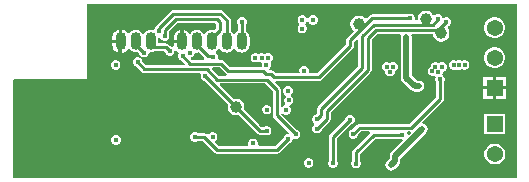
<source format=gbl>
G04*
G04 #@! TF.GenerationSoftware,Altium Limited,Altium Designer,25.4.2 (15)*
G04*
G04 Layer_Physical_Order=4*
G04 Layer_Color=16711680*
%FSLAX44Y44*%
%MOMM*%
G71*
G04*
G04 #@! TF.SameCoordinates,0B5DAD5C-0C0E-4793-B882-C7F6C3490101*
G04*
G04*
G04 #@! TF.FilePolarity,Positive*
G04*
G01*
G75*
%ADD14C,0.2540*%
%ADD40C,1.3700*%
%ADD41R,1.3700X1.3700*%
%ADD43C,0.5080*%
%ADD44C,0.4000*%
%ADD45C,0.3000*%
%ADD50C,1.0000*%
%ADD51O,0.9000X1.5000*%
G36*
X682730Y255560D02*
X466034Y255523D01*
X256569Y255559D01*
X255671Y256457D01*
X255749Y332113D01*
X255743Y338191D01*
X256641Y339090D01*
X319024D01*
Y402590D01*
X682730D01*
Y255560D01*
D02*
G37*
%LPC*%
G36*
X510828Y392874D02*
X509236D01*
X507766Y392265D01*
X506641Y391140D01*
X506095Y389822D01*
X505460Y389742D01*
X504825Y389822D01*
X504279Y391140D01*
X503154Y392265D01*
X501684Y392874D01*
X500092D01*
X498622Y392265D01*
X497497Y391140D01*
X496888Y389670D01*
Y388078D01*
X497497Y386608D01*
X497957Y386148D01*
X498512Y385318D01*
X497957Y384488D01*
X497497Y384028D01*
X496888Y382558D01*
Y380966D01*
X497497Y379496D01*
X498622Y378371D01*
X500092Y377762D01*
X501684D01*
X503154Y378371D01*
X504279Y379496D01*
X504888Y380966D01*
Y382558D01*
X504279Y384028D01*
X503819Y384488D01*
X503264Y385318D01*
X503819Y386148D01*
X504279Y386608D01*
X504825Y387926D01*
X505460Y388006D01*
X506095Y387926D01*
X506641Y386608D01*
X507766Y385483D01*
X509236Y384874D01*
X510828D01*
X512298Y385483D01*
X513423Y386608D01*
X514032Y388078D01*
Y389670D01*
X513423Y391140D01*
X512298Y392265D01*
X510828Y392874D01*
D02*
G37*
G36*
X431546Y397542D02*
X391852D01*
X390576Y397288D01*
X389494Y396566D01*
X377243Y384314D01*
X376520Y383233D01*
X376266Y381957D01*
Y381923D01*
X375930Y381587D01*
X375769Y381199D01*
X374315Y380427D01*
X372618Y380650D01*
X370921Y380427D01*
X369340Y379772D01*
X367982Y378730D01*
X366940Y377372D01*
X365596D01*
X364554Y378730D01*
X363196Y379772D01*
X361615Y380427D01*
X359918Y380650D01*
X358221Y380427D01*
X356640Y379772D01*
X355282Y378730D01*
X354639Y377892D01*
X354197Y377806D01*
X353213Y377900D01*
X353144Y377935D01*
X352239Y379115D01*
X350768Y380243D01*
X349056Y380953D01*
X348488Y381027D01*
Y371094D01*
Y361161D01*
X349056Y361235D01*
X350768Y361945D01*
X352239Y363073D01*
X353144Y364253D01*
X353213Y364288D01*
X354197Y364382D01*
X354639Y364296D01*
X355282Y363458D01*
X356640Y362416D01*
X358221Y361761D01*
X359918Y361538D01*
X361615Y361761D01*
X361632Y361768D01*
X362792Y360608D01*
X363385Y359176D01*
X364510Y358051D01*
X365980Y357442D01*
X367572D01*
X369042Y358051D01*
X370167Y359176D01*
X370776Y360646D01*
X372046Y361613D01*
X372618Y361538D01*
X374315Y361761D01*
X375896Y362416D01*
X376257Y362693D01*
X376476Y362650D01*
X383847D01*
X384648Y361848D01*
X385229Y360446D01*
X386354Y359321D01*
X387824Y358712D01*
X389416D01*
X390886Y359321D01*
X392011Y360446D01*
X392620Y361916D01*
Y362548D01*
X393890Y362979D01*
X394013Y362819D01*
X395428Y361733D01*
X396075Y361041D01*
X396151Y360660D01*
X395542Y359190D01*
Y357598D01*
X396151Y356128D01*
X397276Y355003D01*
X398746Y354394D01*
X398827D01*
X401241Y351979D01*
X400756Y350806D01*
X368665D01*
X365442Y354029D01*
Y354110D01*
X364833Y355580D01*
X363708Y356705D01*
X362238Y357314D01*
X360646D01*
X359176Y356705D01*
X358051Y355580D01*
X357442Y354110D01*
Y352518D01*
X358051Y351048D01*
X359176Y349923D01*
X360646Y349314D01*
X360727D01*
X364926Y345115D01*
X366008Y344392D01*
X367284Y344138D01*
X414292D01*
X415134Y342868D01*
X414846Y342172D01*
Y340580D01*
X415455Y339110D01*
X416580Y337985D01*
X418050Y337376D01*
X418131D01*
X438042Y317465D01*
X437754Y316390D01*
Y314546D01*
X438231Y312766D01*
X439153Y311170D01*
X440456Y309867D01*
X442052Y308945D01*
X443832Y308468D01*
X445676D01*
X446751Y308756D01*
X459922Y295585D01*
X462509Y292997D01*
X463591Y292275D01*
X464867Y292021D01*
X468416D01*
X468520Y291917D01*
X469990Y291308D01*
X471582D01*
X473052Y291917D01*
X474177Y293042D01*
X474786Y294512D01*
Y296104D01*
X474177Y297574D01*
X473052Y298699D01*
X471582Y299308D01*
X469990D01*
X468520Y298699D01*
X468510Y298689D01*
X466248D01*
X464637Y300299D01*
X451466Y313471D01*
X451754Y314546D01*
Y316390D01*
X451277Y318170D01*
X450355Y319766D01*
X449052Y321069D01*
X447456Y321991D01*
X445676Y322468D01*
X443832D01*
X442757Y322180D01*
X430862Y334075D01*
X431348Y335248D01*
X469281D01*
X475964Y328565D01*
Y308193D01*
X476218Y306917D01*
X476940Y305836D01*
X489512Y293264D01*
X489480Y293130D01*
X488889Y292091D01*
X487646D01*
X486176Y291482D01*
X485051Y290357D01*
X484442Y288887D01*
Y288806D01*
X478180Y282544D01*
X463903D01*
X463197Y283600D01*
X463232Y283684D01*
Y285276D01*
X462623Y286746D01*
X461498Y287871D01*
X460028Y288480D01*
X458436D01*
X456966Y287871D01*
X455841Y286746D01*
X455232Y285276D01*
Y283684D01*
X455267Y283600D01*
X454561Y282544D01*
X429728D01*
X426876Y285396D01*
X427123Y286642D01*
X427208Y286677D01*
X428333Y287802D01*
X428942Y289272D01*
Y290864D01*
X428333Y292334D01*
X427208Y293459D01*
X425738Y294068D01*
X424146D01*
X422676Y293459D01*
X421551Y292334D01*
X421516Y292250D01*
X420270Y292002D01*
X420101Y292171D01*
X419019Y292894D01*
X417743Y293148D01*
X412533D01*
X412476Y293205D01*
X411006Y293814D01*
X409414D01*
X407944Y293205D01*
X406819Y292080D01*
X406210Y290610D01*
Y289018D01*
X406819Y287548D01*
X407944Y286423D01*
X409414Y285814D01*
X411006D01*
X412476Y286423D01*
X412533Y286480D01*
X416362D01*
X425990Y276852D01*
X427071Y276130D01*
X428347Y275876D01*
X479561D01*
X480837Y276130D01*
X481918Y276852D01*
X489157Y284091D01*
X489238D01*
X490708Y284700D01*
X491833Y285825D01*
X492442Y287295D01*
Y287733D01*
X493712Y288530D01*
X494487Y288209D01*
X496078D01*
X497548Y288818D01*
X498674Y289943D01*
X499282Y291413D01*
Y293004D01*
X498674Y294475D01*
X497548Y295600D01*
X496078Y296209D01*
X495998D01*
X483194Y309012D01*
X483234Y309413D01*
X484524Y309875D01*
X484583Y309860D01*
X484906Y309537D01*
X486376Y308928D01*
X487968D01*
X489438Y309537D01*
X490563Y310662D01*
X491172Y312132D01*
Y313724D01*
X490563Y315194D01*
X489971Y315786D01*
X490112Y316419D01*
X490426Y317127D01*
X491724Y317665D01*
X492849Y318790D01*
X493458Y320260D01*
Y321852D01*
X492849Y323322D01*
X491724Y324447D01*
X491586Y324504D01*
X491553Y324560D01*
X491385Y325962D01*
X492087Y326664D01*
X492696Y328134D01*
Y329726D01*
X492087Y331196D01*
X490962Y332321D01*
X489492Y332930D01*
X487900D01*
X486430Y332321D01*
X485305Y331196D01*
X484696Y329726D01*
Y328134D01*
X485305Y326664D01*
X486430Y325539D01*
X486568Y325482D01*
X486601Y325426D01*
X486769Y324024D01*
X486067Y323322D01*
X485458Y321852D01*
Y320260D01*
X486067Y318790D01*
X486659Y318198D01*
X486518Y317565D01*
X486204Y316857D01*
X484906Y316319D01*
X483902Y315315D01*
X483337Y315391D01*
X482632Y315704D01*
Y329946D01*
X482378Y331222D01*
X481656Y332304D01*
X477949Y336010D01*
X478475Y337280D01*
X514691D01*
X515967Y337534D01*
X517048Y338256D01*
X543789Y364997D01*
X544512Y366079D01*
X544766Y367355D01*
Y370379D01*
X547181Y372794D01*
X548354Y372308D01*
Y349939D01*
X514628Y316214D01*
X513906Y315132D01*
X513652Y313857D01*
Y310228D01*
X512001Y308578D01*
X511068Y308191D01*
X509943Y307066D01*
X509334Y305596D01*
Y304004D01*
X509943Y302534D01*
X510868Y301609D01*
X510984Y300863D01*
X510868Y300117D01*
X509943Y299192D01*
X509334Y297722D01*
Y296130D01*
X509943Y294660D01*
X511068Y293535D01*
X512538Y292926D01*
X514130D01*
X515600Y293535D01*
X516725Y294660D01*
X517334Y296130D01*
Y296211D01*
X523884Y302761D01*
X524606Y303842D01*
X524860Y305118D01*
Y310595D01*
X558618Y344352D01*
X559340Y345434D01*
X559594Y346710D01*
Y372366D01*
X564386Y377158D01*
X583872D01*
X584602Y375888D01*
X584320Y374473D01*
Y340183D01*
X584320Y340183D01*
X584673Y338411D01*
X585676Y336910D01*
X592865Y329721D01*
X592865Y329721D01*
X594367Y328717D01*
X596138Y328365D01*
X599440D01*
X601211Y328717D01*
X602713Y329721D01*
X603717Y331223D01*
X604069Y332994D01*
X603717Y334765D01*
X602713Y336267D01*
X601211Y337271D01*
X599440Y337623D01*
X598055D01*
X593578Y342100D01*
Y374473D01*
X593297Y375888D01*
X594026Y377158D01*
X611490D01*
Y376776D01*
X611967Y374996D01*
X612889Y373400D01*
X614192Y372097D01*
X615788Y371175D01*
X617568Y370698D01*
X619412D01*
X621192Y371175D01*
X622788Y372097D01*
X624091Y373400D01*
X625013Y374996D01*
X625490Y376776D01*
Y378620D01*
X625013Y380400D01*
X624091Y381996D01*
X623889Y382199D01*
X624187Y383697D01*
X624820Y383959D01*
X625945Y385084D01*
X626554Y386554D01*
Y388146D01*
X625945Y389616D01*
X624820Y390741D01*
X623350Y391350D01*
X621758D01*
X621064Y391062D01*
X620251Y390788D01*
X619531Y391697D01*
X619341Y392156D01*
X618216Y393281D01*
X616746Y393890D01*
X615154D01*
X613684Y393281D01*
X613294Y392891D01*
X613083Y392840D01*
X611744Y393137D01*
X611137Y394188D01*
X609834Y395491D01*
X608238Y396413D01*
X606458Y396890D01*
X604614D01*
X602834Y396413D01*
X601238Y395491D01*
X599935Y394188D01*
X599013Y392592D01*
X598536Y390812D01*
Y389638D01*
X597450Y388524D01*
X596967Y388532D01*
X596301Y389537D01*
X596328Y389602D01*
Y391194D01*
X595719Y392664D01*
X594594Y393789D01*
X593124Y394398D01*
X591532D01*
X590062Y393789D01*
X590005Y393732D01*
X560070D01*
X558794Y393478D01*
X557712Y392756D01*
X555311Y390354D01*
X553636Y390475D01*
X552938Y391173D01*
X551342Y392095D01*
X549562Y392572D01*
X547718D01*
X545938Y392095D01*
X544342Y391173D01*
X543039Y389870D01*
X542117Y388274D01*
X541640Y386494D01*
Y384650D01*
X542117Y382870D01*
X543039Y381274D01*
X544342Y379971D01*
X544410Y379453D01*
X539074Y374117D01*
X538352Y373036D01*
X538098Y371760D01*
Y368736D01*
X513310Y343948D01*
X506951D01*
X506245Y345004D01*
X506412Y345406D01*
Y346998D01*
X505803Y348468D01*
X504678Y349593D01*
X503208Y350202D01*
X501616D01*
X500146Y349593D01*
X499021Y348468D01*
X498412Y346998D01*
Y345406D01*
X498579Y345004D01*
X497873Y343948D01*
X478520D01*
X476988Y345480D01*
X475907Y346202D01*
X474631Y346456D01*
X473502D01*
X473017Y347726D01*
X473799Y348508D01*
X474408Y349978D01*
Y351570D01*
X474098Y352317D01*
X474198Y353733D01*
X475323Y354858D01*
X475932Y356328D01*
Y357920D01*
X475323Y359390D01*
X474198Y360515D01*
X472728Y361124D01*
X471136D01*
X469666Y360515D01*
X469265Y360114D01*
X468864Y360515D01*
X467394Y361124D01*
X465802D01*
X464332Y360515D01*
X463931Y360114D01*
X463530Y360515D01*
X462060Y361124D01*
X460468D01*
X458998Y360515D01*
X457873Y359390D01*
X457264Y357920D01*
Y356328D01*
X457873Y354858D01*
X458998Y353733D01*
X460468Y353124D01*
X462060D01*
X463530Y353733D01*
X463931Y354134D01*
X464332Y353733D01*
X465802Y353124D01*
X466526Y351854D01*
X466408Y351570D01*
Y349978D01*
X466113Y349536D01*
X439785D01*
X434805Y354516D01*
X433724Y355239D01*
X432448Y355492D01*
X430163D01*
X429314Y356762D01*
X429450Y357090D01*
Y358682D01*
X428841Y360152D01*
X428061Y360932D01*
X427983Y361205D01*
X428029Y362192D01*
X428128Y362481D01*
X429070Y363204D01*
X430112Y364562D01*
X431456D01*
X432498Y363204D01*
X433856Y362162D01*
X435437Y361507D01*
X437134Y361284D01*
X438831Y361507D01*
X440412Y362162D01*
X441770Y363204D01*
X442812Y364562D01*
X444156D01*
X445198Y363204D01*
X446556Y362162D01*
X448137Y361507D01*
X449834Y361284D01*
X451531Y361507D01*
X453112Y362162D01*
X454470Y363204D01*
X455512Y364562D01*
X456167Y366143D01*
X456390Y367840D01*
Y373840D01*
X456167Y375537D01*
X455512Y377118D01*
X454470Y378476D01*
X453168Y379475D01*
Y385027D01*
X453225Y385084D01*
X453834Y386554D01*
Y388146D01*
X453225Y389616D01*
X452100Y390741D01*
X450630Y391350D01*
X449038D01*
X447568Y390741D01*
X446443Y389616D01*
X445834Y388146D01*
Y386554D01*
X446443Y385084D01*
X446500Y385027D01*
Y379475D01*
X445198Y378476D01*
X444156Y377118D01*
X442812D01*
X441770Y378476D01*
X440468Y379475D01*
Y388620D01*
X440214Y389896D01*
X439492Y390978D01*
X433904Y396566D01*
X432822Y397288D01*
X431546Y397542D01*
D02*
G37*
G36*
X664894Y391364D02*
X662564D01*
X660313Y390761D01*
X658295Y389596D01*
X656647Y387948D01*
X655482Y385930D01*
X654879Y383679D01*
Y381349D01*
X655482Y379098D01*
X656647Y377080D01*
X658295Y375433D01*
X660313Y374267D01*
X662564Y373664D01*
X664894D01*
X667145Y374267D01*
X669163Y375433D01*
X670811Y377080D01*
X671976Y379098D01*
X672579Y381349D01*
Y383679D01*
X671976Y385930D01*
X670811Y387948D01*
X669163Y389596D01*
X667145Y390761D01*
X664894Y391364D01*
D02*
G37*
G36*
X345948Y381027D02*
X345380Y380953D01*
X343668Y380243D01*
X342197Y379115D01*
X341069Y377644D01*
X340359Y375932D01*
X340117Y374094D01*
Y372364D01*
X345948D01*
Y381027D01*
D02*
G37*
G36*
Y369824D02*
X340117D01*
Y368094D01*
X340359Y366256D01*
X341069Y364544D01*
X342197Y363073D01*
X343668Y361945D01*
X345380Y361235D01*
X345948Y361161D01*
Y369824D01*
D02*
G37*
G36*
X639098Y354774D02*
X637506D01*
X636036Y354165D01*
X636016Y354145D01*
X635996Y354165D01*
X634526Y354774D01*
X632934D01*
X631464Y354165D01*
X631444Y354145D01*
X631424Y354165D01*
X629954Y354774D01*
X628362D01*
X626892Y354165D01*
X625767Y353040D01*
X625158Y351570D01*
Y349978D01*
X625767Y348508D01*
X626892Y347383D01*
X628362Y346774D01*
X629954D01*
X631424Y347383D01*
X631444Y347403D01*
X631464Y347383D01*
X632934Y346774D01*
X634526D01*
X635996Y347383D01*
X636016Y347403D01*
X636036Y347383D01*
X637506Y346774D01*
X639098D01*
X640568Y347383D01*
X641693Y348508D01*
X642302Y349978D01*
Y351570D01*
X641693Y353040D01*
X640568Y354165D01*
X639098Y354774D01*
D02*
G37*
G36*
X578646Y353504D02*
X577054D01*
X575584Y352895D01*
X575056Y352367D01*
X574528Y352895D01*
X573058Y353504D01*
X571466D01*
X569996Y352895D01*
X568871Y351770D01*
X568262Y350300D01*
Y348708D01*
X568871Y347238D01*
X569996Y346113D01*
X571056Y345674D01*
Y344390D01*
X571665Y342920D01*
X572790Y341795D01*
X574260Y341186D01*
X575852D01*
X577322Y341795D01*
X578447Y342920D01*
X579056Y344390D01*
Y345674D01*
X580116Y346113D01*
X581241Y347238D01*
X581850Y348708D01*
Y350300D01*
X581241Y351770D01*
X580116Y352895D01*
X578646Y353504D01*
D02*
G37*
G36*
X664894Y365964D02*
X662564D01*
X660313Y365361D01*
X658295Y364196D01*
X656647Y362548D01*
X655482Y360530D01*
X654879Y358279D01*
Y355949D01*
X655482Y353698D01*
X656647Y351680D01*
X658295Y350033D01*
X660313Y348867D01*
X662564Y348264D01*
X664894D01*
X667145Y348867D01*
X669163Y350033D01*
X670811Y351680D01*
X671976Y353698D01*
X672579Y355949D01*
Y358279D01*
X671976Y360530D01*
X670811Y362548D01*
X669163Y364196D01*
X667145Y365361D01*
X664894Y365964D01*
D02*
G37*
G36*
X343696Y355028D02*
X342104D01*
X340634Y354419D01*
X339509Y353294D01*
X338900Y351824D01*
Y350232D01*
X339509Y348762D01*
X340634Y347637D01*
X342104Y347028D01*
X343696D01*
X345166Y347637D01*
X346291Y348762D01*
X346900Y350232D01*
Y351824D01*
X346291Y353294D01*
X345166Y354419D01*
X343696Y355028D01*
D02*
G37*
G36*
X673119Y341104D02*
X664999D01*
Y332984D01*
X673119D01*
Y341104D01*
D02*
G37*
G36*
X662459D02*
X654339D01*
Y332984D01*
X662459D01*
Y341104D01*
D02*
G37*
G36*
X673119Y330444D02*
X664999D01*
Y322324D01*
X673119D01*
Y330444D01*
D02*
G37*
G36*
X662459D02*
X654339D01*
Y322324D01*
X662459D01*
Y330444D01*
D02*
G37*
G36*
X471458Y317182D02*
X469866D01*
X468396Y316573D01*
X467271Y315448D01*
X466662Y313978D01*
Y312386D01*
X467271Y310916D01*
X468396Y309791D01*
X469866Y309182D01*
X471458D01*
X472928Y309791D01*
X474053Y310916D01*
X474662Y312386D01*
Y313978D01*
X474053Y315448D01*
X472928Y316573D01*
X471458Y317182D01*
D02*
G37*
G36*
X672833Y309830D02*
X655133D01*
Y292130D01*
X672833D01*
Y309830D01*
D02*
G37*
G36*
X343950Y291528D02*
X342358D01*
X340888Y290919D01*
X339763Y289794D01*
X339154Y288324D01*
Y286732D01*
X339763Y285262D01*
X340888Y284137D01*
X342358Y283528D01*
X343950D01*
X345420Y284137D01*
X346545Y285262D01*
X347154Y286732D01*
Y288324D01*
X346545Y289794D01*
X345420Y290919D01*
X343950Y291528D01*
D02*
G37*
G36*
X665148Y284430D02*
X662818D01*
X660567Y283827D01*
X658549Y282662D01*
X656901Y281014D01*
X655736Y278996D01*
X655133Y276745D01*
Y274415D01*
X655736Y272164D01*
X656901Y270146D01*
X658549Y268498D01*
X660567Y267333D01*
X662818Y266730D01*
X665148D01*
X667399Y267333D01*
X669417Y268498D01*
X671065Y270146D01*
X672230Y272164D01*
X672833Y274415D01*
Y276745D01*
X672230Y278996D01*
X671065Y281014D01*
X669417Y282662D01*
X667399Y283827D01*
X665148Y284430D01*
D02*
G37*
G36*
X507018Y271970D02*
X505426D01*
X503956Y271361D01*
X502831Y270236D01*
X502222Y268766D01*
Y267174D01*
X502831Y265704D01*
X503956Y264579D01*
X505426Y263970D01*
X507018D01*
X508488Y264579D01*
X509613Y265704D01*
X510222Y267174D01*
Y268766D01*
X509613Y270236D01*
X508488Y271361D01*
X507018Y271970D01*
D02*
G37*
G36*
X542070Y308546D02*
X540478D01*
X539008Y307937D01*
X537883Y306812D01*
X537274Y305342D01*
Y305261D01*
X524439Y292425D01*
X523716Y291344D01*
X523462Y290068D01*
Y270039D01*
X523405Y269982D01*
X522796Y268512D01*
Y266920D01*
X523405Y265450D01*
X524530Y264325D01*
X526000Y263716D01*
X527592D01*
X529062Y264325D01*
X530187Y265450D01*
X530796Y266920D01*
Y268512D01*
X530187Y269982D01*
X530130Y270039D01*
Y288687D01*
X541989Y300546D01*
X542070D01*
X543540Y301155D01*
X544665Y302280D01*
X545274Y303750D01*
Y305342D01*
X544665Y306812D01*
X543540Y307937D01*
X542070Y308546D01*
D02*
G37*
G36*
X614460Y353504D02*
X612868D01*
X611398Y352895D01*
X610273Y351770D01*
X609664Y350300D01*
Y349165D01*
X608858Y348831D01*
X607733Y347706D01*
X607124Y346236D01*
Y344644D01*
X607733Y343174D01*
X608858Y342049D01*
X610328Y341440D01*
X611920D01*
X613239Y341986D01*
X614083Y341102D01*
X613474Y339632D01*
Y338040D01*
X614083Y336570D01*
X614140Y336513D01*
Y323707D01*
X591709Y301276D01*
X549402D01*
X548126Y301022D01*
X547044Y300299D01*
X543353Y296608D01*
X543272D01*
X541802Y295999D01*
X540677Y294874D01*
X540068Y293404D01*
Y291812D01*
X540677Y290342D01*
X541802Y289217D01*
X543272Y288608D01*
X544864D01*
X546334Y289217D01*
X547459Y290342D01*
X548068Y291812D01*
Y291893D01*
X550783Y294608D01*
X557591D01*
X558117Y293338D01*
X543997Y279217D01*
X543274Y278136D01*
X543020Y276860D01*
Y269785D01*
X542963Y269728D01*
X542354Y268258D01*
Y266666D01*
X542963Y265196D01*
X544088Y264071D01*
X545558Y263462D01*
X547150D01*
X548620Y264071D01*
X549745Y265196D01*
X550354Y266666D01*
Y268258D01*
X549745Y269728D01*
X549688Y269785D01*
Y275479D01*
X562821Y288612D01*
X583428D01*
X583485Y288555D01*
X584955Y287946D01*
X585420D01*
X585946Y286676D01*
X576165Y276895D01*
X575161Y275393D01*
X574809Y273622D01*
X574809Y273622D01*
Y271729D01*
X572545Y269465D01*
X571541Y267963D01*
X571189Y266192D01*
X571541Y264421D01*
X572545Y262919D01*
X574047Y261915D01*
X575818Y261563D01*
X577589Y261915D01*
X579091Y262919D01*
X582711Y266539D01*
X582711Y266539D01*
X583715Y268041D01*
X584067Y269812D01*
X584067Y269812D01*
Y271705D01*
X605761Y293399D01*
X606765Y294901D01*
X607117Y296672D01*
X606765Y298443D01*
X605761Y299945D01*
X604259Y300949D01*
X602882Y301223D01*
X602329Y302466D01*
X619832Y319968D01*
X620554Y321050D01*
X620808Y322326D01*
Y336513D01*
X620865Y336570D01*
X621474Y338040D01*
Y339632D01*
X620865Y341102D01*
X619965Y342002D01*
X619087Y342920D01*
X619696Y344390D01*
Y345250D01*
X620048D01*
X621518Y345859D01*
X622643Y346984D01*
X623252Y348454D01*
Y350046D01*
X622643Y351516D01*
X621518Y352641D01*
X620048Y353250D01*
X618456D01*
X616986Y352641D01*
X616585Y352240D01*
X615930Y352895D01*
X614460Y353504D01*
D02*
G37*
%LPD*%
G36*
X427640Y385612D02*
Y381761D01*
X426061Y380182D01*
X424434Y380396D01*
X422737Y380173D01*
X421156Y379518D01*
X419798Y378476D01*
X418756Y377118D01*
X417412D01*
X416370Y378476D01*
X415012Y379518D01*
X413431Y380173D01*
X411734Y380396D01*
X410037Y380173D01*
X408456Y379518D01*
X407098Y378476D01*
X406455Y377638D01*
X406013Y377552D01*
X405029Y377646D01*
X404960Y377681D01*
X404055Y378861D01*
X402584Y379989D01*
X400872Y380699D01*
X400304Y380774D01*
Y370840D01*
X399034D01*
Y369570D01*
X391933D01*
Y367840D01*
X392083Y366702D01*
X390886Y366103D01*
X389416Y366712D01*
X389215D01*
X387585Y368341D01*
X386503Y369064D01*
X385228Y369318D01*
X379174D01*
Y373355D01*
X380444Y374050D01*
X380525Y374021D01*
X381031Y372797D01*
X382157Y371672D01*
X383627Y371063D01*
X385218D01*
X386688Y371672D01*
X387813Y372797D01*
X388422Y374267D01*
Y375859D01*
X388036Y376792D01*
Y379257D01*
X395113Y386334D01*
X426918D01*
X427640Y385612D01*
D02*
G37*
G36*
X418097Y356762D02*
X417570Y355492D01*
X407266D01*
X406563Y356362D01*
X406950Y357551D01*
X408158Y358051D01*
X409283Y359176D01*
X409892Y360646D01*
X411162Y361359D01*
X411734Y361284D01*
X413361Y361498D01*
X418097Y356762D01*
D02*
G37*
G36*
X436046Y343844D02*
X437032Y343186D01*
X437042Y343094D01*
X436259Y341916D01*
X430474D01*
X424739Y347651D01*
X425225Y348824D01*
X431067D01*
X436046Y343844D01*
D02*
G37*
%LPC*%
G36*
X397764Y380774D02*
X397196Y380699D01*
X395484Y379989D01*
X394013Y378861D01*
X392885Y377390D01*
X392175Y375678D01*
X391933Y373840D01*
Y372110D01*
X397764D01*
Y380774D01*
D02*
G37*
%LPD*%
G36*
X592608Y293338D02*
X591021Y291751D01*
X589923Y292206D01*
X589580Y293451D01*
X590353Y294608D01*
X592081D01*
X592608Y293338D01*
D02*
G37*
D14*
X546354Y267462D02*
Y276860D01*
X561440Y291946D01*
X585751D01*
X462280Y297942D02*
X464867Y295355D01*
X605536Y385128D02*
X611188D01*
X560070Y390398D02*
X592328D01*
X541432Y371760D02*
X560070Y390398D01*
X561221Y385128D02*
X605536D01*
X611188D02*
X615950Y389890D01*
X551688Y375596D02*
X561221Y385128D01*
X556260Y373747D02*
X563005Y380492D01*
X615696D02*
X622554Y387350D01*
X563005Y380492D02*
X615696D01*
X379600Y381957D02*
X391852Y394208D01*
X399034Y370840D02*
Y384398D01*
X393732Y389668D02*
X428299D01*
X430974Y386993D01*
X431546Y394208D02*
X437134Y388620D01*
X384702Y380638D02*
X393732Y389668D01*
X391852Y394208D02*
X431546D01*
X430974Y380380D02*
Y386993D01*
X549402Y297942D02*
X593090D01*
X544068Y292608D02*
X549402Y297942D01*
X593090D02*
X617474Y322326D01*
X384422Y375063D02*
X384702Y375342D01*
X379600Y379600D02*
Y381957D01*
X384702Y375342D02*
Y380638D01*
X379321Y379321D02*
X379600Y379600D01*
X541432Y367355D02*
Y371760D01*
X514691Y340614D02*
X541432Y367355D01*
X477139Y340614D02*
X514691D01*
X474631Y343122D02*
X477139Y340614D01*
X470607Y343122D02*
X474631D01*
X467527Y346202D02*
X470607Y343122D01*
X438404Y346202D02*
X467527D01*
X432448Y352158D02*
X438404Y346202D01*
X405778Y352158D02*
X432448D01*
X399542Y358394D02*
X405778Y352158D01*
X556260Y346710D02*
Y373747D01*
X551688Y348559D02*
Y375596D01*
X516986Y313857D02*
X551688Y348559D01*
X521526Y311976D02*
X556260Y346710D01*
X425171Y358165D02*
X425450Y357886D01*
X464867Y295355D02*
X470739D01*
X418846Y341376D02*
X462280Y297942D01*
X367284Y347472D02*
X420203D01*
X429093Y338582D02*
X470662D01*
X420203Y347472D02*
X429093Y338582D01*
X470662D02*
X479298Y329946D01*
X470739Y295355D02*
X470786Y295308D01*
X622554Y387350D02*
X622949D01*
X513334Y305195D02*
X516986Y308847D01*
Y313857D01*
X513334Y304800D02*
Y305195D01*
X521526Y305118D02*
Y311976D01*
X513334Y296926D02*
X521526Y305118D01*
X617474Y322326D02*
Y338836D01*
X526796Y267716D02*
Y290068D01*
X541274Y304546D01*
X345186Y359918D02*
Y360313D01*
X345982Y361109D01*
Y369858D01*
X347218Y371094D01*
X372618Y369842D02*
X376476Y365984D01*
X385228D01*
X388499Y362712D01*
X372618Y369842D02*
Y371094D01*
X361442Y353314D02*
X367284Y347472D01*
X479298Y308193D02*
X495283Y292209D01*
X479298Y308193D02*
Y329946D01*
X479561Y279210D02*
X488442Y288091D01*
X428347Y279210D02*
X479561D01*
X417743Y289814D02*
X428347Y279210D01*
X410210Y289814D02*
X417743D01*
X449834Y370840D02*
Y387350D01*
X421409Y358165D02*
X425171D01*
X411734Y367840D02*
X421409Y358165D01*
X411734Y367840D02*
Y370840D01*
X424434D02*
Y373840D01*
X430974Y380380D01*
X437134Y370840D02*
Y388620D01*
X359918Y368197D02*
Y371094D01*
Y368197D02*
X366673Y361442D01*
X366776D01*
D40*
X663729Y382514D02*
D03*
Y357114D02*
D03*
X663983Y275580D02*
D03*
D41*
X663729Y331714D02*
D03*
X663983Y300980D02*
D03*
D43*
X588949Y340183D02*
Y374473D01*
Y340183D02*
X596138Y332994D01*
X599440D01*
X579438Y273622D02*
X602488Y296672D01*
X579438Y269812D02*
Y273622D01*
X575818Y266192D02*
X579438Y269812D01*
D44*
X334010Y359918D02*
D03*
X597916Y313690D02*
D03*
X512064Y327660D02*
D03*
X560832Y266192D02*
D03*
X673100Y393700D02*
D03*
Y368300D02*
D03*
X660400Y393700D02*
D03*
Y368300D02*
D03*
X647700Y393700D02*
D03*
X635000D02*
D03*
X622300D02*
D03*
Y266700D02*
D03*
X533400Y393700D02*
D03*
X520700D02*
D03*
X482600D02*
D03*
X469900D02*
D03*
X457200D02*
D03*
X463550Y304800D02*
D03*
X457200Y292100D02*
D03*
X444500Y393700D02*
D03*
X406400Y266700D02*
D03*
X355600Y393700D02*
D03*
X342900D02*
D03*
Y266700D02*
D03*
X330200Y393700D02*
D03*
X336550Y279400D02*
D03*
X330200Y266700D02*
D03*
X323850Y330200D02*
D03*
X317500Y292100D02*
D03*
X323850Y279400D02*
D03*
X317500Y266700D02*
D03*
X311150Y330200D02*
D03*
Y304800D02*
D03*
X304800Y292100D02*
D03*
X311150Y279400D02*
D03*
X304800Y266700D02*
D03*
X298450Y330200D02*
D03*
Y304800D02*
D03*
X292100Y292100D02*
D03*
Y266700D02*
D03*
X285750Y304800D02*
D03*
X279400Y292100D02*
D03*
Y266700D02*
D03*
X266700Y317500D02*
D03*
X273050Y304800D02*
D03*
X266700Y292100D02*
D03*
X273050Y279400D02*
D03*
X266700Y266700D02*
D03*
X510032Y388874D02*
D03*
X500888D02*
D03*
Y381762D02*
D03*
X595884Y267462D02*
D03*
X440944Y269240D02*
D03*
X592328Y390398D02*
D03*
X588949Y374473D02*
D03*
X425704Y384398D02*
D03*
X416052D02*
D03*
X399034D02*
D03*
X405384D02*
D03*
X585751Y291946D02*
D03*
X546354Y267462D02*
D03*
X595630Y344678D02*
D03*
X595922Y349476D02*
D03*
X600710Y344678D02*
D03*
Y349250D02*
D03*
X379321Y379321D02*
D03*
X399542Y358394D02*
D03*
X534924Y340106D02*
D03*
X425450Y357886D02*
D03*
X405892Y361442D02*
D03*
X418846Y341376D02*
D03*
X470786Y295308D02*
D03*
X615950Y389890D02*
D03*
X579628Y373888D02*
D03*
X622554Y387350D02*
D03*
X513334Y296926D02*
D03*
Y304800D02*
D03*
X569468Y373888D02*
D03*
X599440Y332994D02*
D03*
X611124Y345440D02*
D03*
X544068Y292608D02*
D03*
X617474Y338836D02*
D03*
X526796Y303784D02*
D03*
Y267716D02*
D03*
X541274Y304546D02*
D03*
X602488Y296672D02*
D03*
X575818Y266192D02*
D03*
X585978Y267716D02*
D03*
X374904Y314960D02*
D03*
Y335280D02*
D03*
X395224Y325120D02*
D03*
X385064D02*
D03*
Y335280D02*
D03*
Y314960D02*
D03*
X374904Y325120D02*
D03*
X395224Y314960D02*
D03*
Y335280D02*
D03*
X345186Y359918D02*
D03*
X388620Y362712D02*
D03*
X495283Y292209D02*
D03*
X361442Y353314D02*
D03*
X487172Y312928D02*
D03*
X489458Y321056D02*
D03*
X471424Y305054D02*
D03*
X488442Y288091D02*
D03*
X410210Y289814D02*
D03*
X470662Y383794D02*
D03*
X461010Y383286D02*
D03*
X424942Y290068D02*
D03*
X343154Y287528D02*
D03*
X342900Y351028D02*
D03*
X334264D02*
D03*
X449834Y387350D02*
D03*
X384422Y375063D02*
D03*
X366776Y361442D02*
D03*
X506222Y267970D02*
D03*
X459232Y284480D02*
D03*
X451866Y267462D02*
D03*
X470662Y313182D02*
D03*
X470408Y350774D02*
D03*
X471932Y357124D02*
D03*
X466598D02*
D03*
X461264D02*
D03*
X499618Y363728D02*
D03*
Y359156D02*
D03*
X495046D02*
D03*
X502412Y346202D02*
D03*
X480060Y357632D02*
D03*
X517652Y351028D02*
D03*
X507492Y351536D02*
D03*
X511048Y312928D02*
D03*
X488696Y328930D02*
D03*
X638302Y350774D02*
D03*
X633730D02*
D03*
X629158D02*
D03*
X619252Y349250D02*
D03*
X615696Y345186D02*
D03*
X613664Y349504D02*
D03*
X423672Y314706D02*
D03*
X553246Y320040D02*
D03*
X560746Y312290D02*
D03*
Y320040D02*
D03*
Y327790D02*
D03*
X571246D02*
D03*
Y320040D02*
D03*
Y312290D02*
D03*
X578690Y320031D02*
D03*
X572262Y349504D02*
D03*
X575056Y345186D02*
D03*
X577850Y349504D02*
D03*
X646938Y368808D02*
D03*
X638302Y385826D02*
D03*
X599440Y373888D02*
D03*
X535940Y267716D02*
D03*
X347980Y268732D02*
D03*
X362966Y290576D02*
D03*
X382016Y263652D02*
D03*
X449580Y288544D02*
D03*
X449834Y298704D02*
D03*
X451866Y355092D02*
D03*
X441960Y355346D02*
D03*
X325628Y303022D02*
D03*
Y293624D02*
D03*
D45*
X522467Y257501D02*
D03*
X528007D02*
D03*
X516927D02*
D03*
X496062Y400558D02*
D03*
X680466Y339598D02*
D03*
X673354Y400304D02*
D03*
X623570D02*
D03*
X321564Y391414D02*
D03*
Y395986D02*
D03*
X321818Y339344D02*
D03*
X317500Y336804D02*
D03*
X667649Y400613D02*
D03*
X662109D02*
D03*
X656569D02*
D03*
X651029D02*
D03*
X645489D02*
D03*
X639949D02*
D03*
X634409D02*
D03*
X628869D02*
D03*
X617789D02*
D03*
X612249D02*
D03*
X606709D02*
D03*
X601169D02*
D03*
X595629D02*
D03*
X590089D02*
D03*
X584549D02*
D03*
X579009D02*
D03*
X573469D02*
D03*
X567929D02*
D03*
X562389D02*
D03*
X556849D02*
D03*
X551309D02*
D03*
X545769D02*
D03*
X540229D02*
D03*
X534689D02*
D03*
X529149D02*
D03*
X523609D02*
D03*
X518069D02*
D03*
X512529D02*
D03*
X506989D02*
D03*
X501449D02*
D03*
X490369D02*
D03*
X484829D02*
D03*
X479289D02*
D03*
X473749D02*
D03*
X468209D02*
D03*
X462669D02*
D03*
X457129D02*
D03*
X451589D02*
D03*
X446049D02*
D03*
X440509D02*
D03*
X434969D02*
D03*
X429429D02*
D03*
X423889D02*
D03*
X418349D02*
D03*
X412809D02*
D03*
X407269D02*
D03*
X401729D02*
D03*
X396189D02*
D03*
X390649D02*
D03*
X385109D02*
D03*
X379569D02*
D03*
X374029D02*
D03*
X368489D02*
D03*
X362949D02*
D03*
X357409D02*
D03*
X351869D02*
D03*
X346329D02*
D03*
X340789D02*
D03*
X335788Y400558D02*
D03*
X330962D02*
D03*
X326390D02*
D03*
X321564D02*
D03*
X321818Y386842D02*
D03*
Y381762D02*
D03*
Y376936D02*
D03*
Y371870D02*
D03*
Y366330D02*
D03*
Y360790D02*
D03*
Y355250D02*
D03*
Y349710D02*
D03*
Y344170D02*
D03*
X311658Y336804D02*
D03*
X306118D02*
D03*
X300578D02*
D03*
X295038D02*
D03*
X264414D02*
D03*
X257810D02*
D03*
Y331978D02*
D03*
X257755Y327162D02*
D03*
Y321622D02*
D03*
Y316082D02*
D03*
Y310542D02*
D03*
Y305002D02*
D03*
Y299462D02*
D03*
Y293922D02*
D03*
Y288382D02*
D03*
Y282842D02*
D03*
Y277302D02*
D03*
Y271762D02*
D03*
Y266222D02*
D03*
X257941Y260685D02*
D03*
X262474Y257501D02*
D03*
X268014D02*
D03*
X273554D02*
D03*
X279094D02*
D03*
X284634D02*
D03*
X290174D02*
D03*
X295714D02*
D03*
X301254D02*
D03*
X306794D02*
D03*
X312334D02*
D03*
X317874D02*
D03*
X323414D02*
D03*
X328954D02*
D03*
X334494D02*
D03*
X340034D02*
D03*
X345574D02*
D03*
X351114D02*
D03*
X356654D02*
D03*
X362194D02*
D03*
X367734D02*
D03*
X373274D02*
D03*
X378814D02*
D03*
X384354D02*
D03*
X389894D02*
D03*
X395434D02*
D03*
X400974D02*
D03*
X406514D02*
D03*
X412054D02*
D03*
X417594D02*
D03*
X423134D02*
D03*
X428674D02*
D03*
X434086D02*
D03*
X439367D02*
D03*
X444907D02*
D03*
X450447D02*
D03*
X455987D02*
D03*
X461527D02*
D03*
X467067D02*
D03*
X472607D02*
D03*
X478147D02*
D03*
X483687D02*
D03*
X489227D02*
D03*
X494767D02*
D03*
X500307D02*
D03*
X505847D02*
D03*
X511387D02*
D03*
X533547D02*
D03*
X539087D02*
D03*
X544627D02*
D03*
X550167D02*
D03*
X555707D02*
D03*
X561247D02*
D03*
X566787D02*
D03*
X572327Y257526D02*
D03*
X577859Y257814D02*
D03*
X583390Y257501D02*
D03*
X588930D02*
D03*
X594470D02*
D03*
X600010D02*
D03*
X605550D02*
D03*
X611090D02*
D03*
X616630D02*
D03*
X622170D02*
D03*
X627710D02*
D03*
X633250D02*
D03*
X638790D02*
D03*
X644330D02*
D03*
X649870D02*
D03*
X655410D02*
D03*
X660950D02*
D03*
X666490D02*
D03*
X672030D02*
D03*
X677565Y257732D02*
D03*
X680521Y262418D02*
D03*
Y267958D02*
D03*
Y273498D02*
D03*
Y279038D02*
D03*
Y284578D02*
D03*
Y290118D02*
D03*
Y295658D02*
D03*
Y301198D02*
D03*
Y306738D02*
D03*
Y312278D02*
D03*
Y317818D02*
D03*
Y323358D02*
D03*
Y328898D02*
D03*
Y334438D02*
D03*
Y345518D02*
D03*
Y351058D02*
D03*
Y356598D02*
D03*
Y362138D02*
D03*
Y367678D02*
D03*
Y373218D02*
D03*
Y378758D02*
D03*
Y384298D02*
D03*
Y389838D02*
D03*
Y395378D02*
D03*
X677978Y400300D02*
D03*
X333201Y322994D02*
D03*
X271272Y326294D02*
D03*
X331614Y312006D02*
D03*
X302353Y312078D02*
D03*
X281178Y310642D02*
D03*
X299389Y323066D02*
D03*
X271018Y331216D02*
D03*
X326075Y312125D02*
D03*
X286004Y312166D02*
D03*
X271272Y315976D02*
D03*
X271526Y310896D02*
D03*
X271018Y336756D02*
D03*
X271272Y320754D02*
D03*
X296813Y312078D02*
D03*
X304929Y323066D02*
D03*
X293849D02*
D03*
X276606Y310642D02*
D03*
X313433Y312078D02*
D03*
X288309Y323066D02*
D03*
X286258Y327660D02*
D03*
X307893Y312078D02*
D03*
X291273D02*
D03*
D50*
X548640Y385572D02*
D03*
X605536Y389890D02*
D03*
X618490Y377698D02*
D03*
X444754Y315468D02*
D03*
D51*
X399034Y370840D02*
D03*
X411734D02*
D03*
X424434D02*
D03*
X437134D02*
D03*
X449834D02*
D03*
X347218Y371094D02*
D03*
X372618D02*
D03*
X359918D02*
D03*
M02*

</source>
